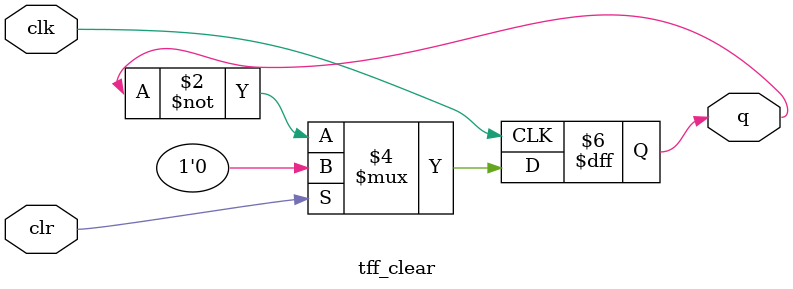
<source format=sv>
module tff_clear (
    input clk, clr,
    output reg q
);
always @(posedge clk) begin
    if (clr) q <= 0;
    else     q <= ~q;
end
endmodule
</source>
